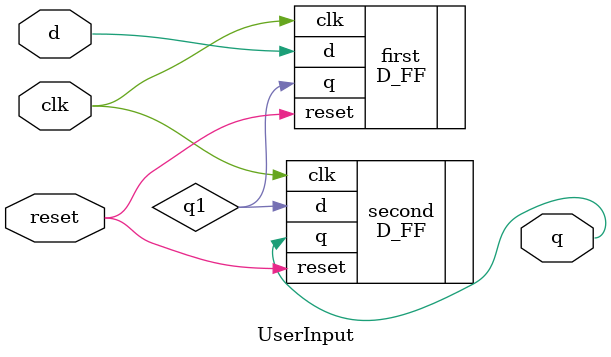
<source format=sv>
module UserInput (clk, reset, q, d);
    input logic clk, reset, d; 
    output logic q; 
    logic q1;
    D_FF first (.q(q1), .d , .reset, .clk);
    D_FF second (.q, .d(q1) , .reset, .clk);
endmodule

</source>
